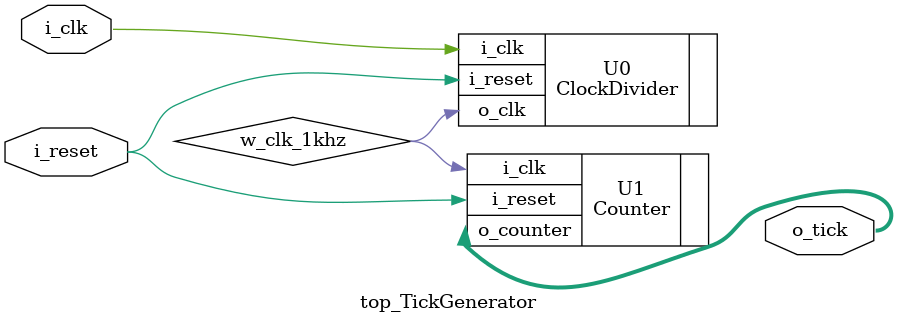
<source format=v>
`timescale 1ns / 1ps

module top_TickGenerator(
    input i_clk,
    input i_reset,
    output [31:0] o_tick
    );

    wire w_clk_1khz;

    ClockDivider U0(
    .i_clk(i_clk),
    .i_reset(i_reset),
    .o_clk(w_clk_1khz)
    );

    Counter U1(
    .i_clk(w_clk_1khz),
    .i_reset(i_reset),
    .o_counter(o_tick)
    );
endmodule

</source>
